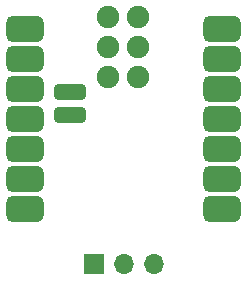
<source format=gbr>
%TF.GenerationSoftware,KiCad,Pcbnew,8.0.4*%
%TF.CreationDate,2025-01-29T23:36:48-05:00*%
%TF.ProjectId,Raidillon,52616964-696c-46c6-9f6e-2e6b69636164,rev?*%
%TF.SameCoordinates,Original*%
%TF.FileFunction,Soldermask,Top*%
%TF.FilePolarity,Negative*%
%FSLAX46Y46*%
G04 Gerber Fmt 4.6, Leading zero omitted, Abs format (unit mm)*
G04 Created by KiCad (PCBNEW 8.0.4) date 2025-01-29 23:36:48*
%MOMM*%
%LPD*%
G01*
G04 APERTURE LIST*
G04 Aperture macros list*
%AMRoundRect*
0 Rectangle with rounded corners*
0 $1 Rounding radius*
0 $2 $3 $4 $5 $6 $7 $8 $9 X,Y pos of 4 corners*
0 Add a 4 corners polygon primitive as box body*
4,1,4,$2,$3,$4,$5,$6,$7,$8,$9,$2,$3,0*
0 Add four circle primitives for the rounded corners*
1,1,$1+$1,$2,$3*
1,1,$1+$1,$4,$5*
1,1,$1+$1,$6,$7*
1,1,$1+$1,$8,$9*
0 Add four rect primitives between the rounded corners*
20,1,$1+$1,$2,$3,$4,$5,0*
20,1,$1+$1,$4,$5,$6,$7,0*
20,1,$1+$1,$6,$7,$8,$9,0*
20,1,$1+$1,$8,$9,$2,$3,0*%
G04 Aperture macros list end*
%ADD10RoundRect,0.550000X-1.050000X-0.550000X1.050000X-0.550000X1.050000X0.550000X-1.050000X0.550000X0*%
%ADD11RoundRect,0.325000X1.025000X0.325000X-1.025000X0.325000X-1.025000X-0.325000X1.025000X-0.325000X0*%
%ADD12C,1.900000*%
%ADD13R,1.700000X1.700000*%
%ADD14O,1.700000X1.700000*%
G04 APERTURE END LIST*
D10*
%TO.C,U1*%
X102150000Y-103020000D03*
X102150000Y-105560000D03*
X102150000Y-108100000D03*
X102150000Y-110640000D03*
X102150000Y-113180000D03*
X102150000Y-115720000D03*
X102150000Y-118260000D03*
X118815000Y-118260000D03*
X118815000Y-115720000D03*
X118815000Y-113180000D03*
X118815000Y-110640000D03*
X118815000Y-108100000D03*
X118815000Y-105560000D03*
X118815000Y-103020000D03*
D11*
X106010000Y-110258000D03*
X106010000Y-108353000D03*
D12*
X109185000Y-102008000D03*
X111725000Y-102008000D03*
X109185000Y-104548000D03*
X111725000Y-104548000D03*
X109185000Y-107088000D03*
X111725000Y-107088000D03*
%TD*%
D13*
%TO.C,J2*%
X108000000Y-122900000D03*
D14*
X110540000Y-122900000D03*
X113080000Y-122900000D03*
%TD*%
M02*

</source>
